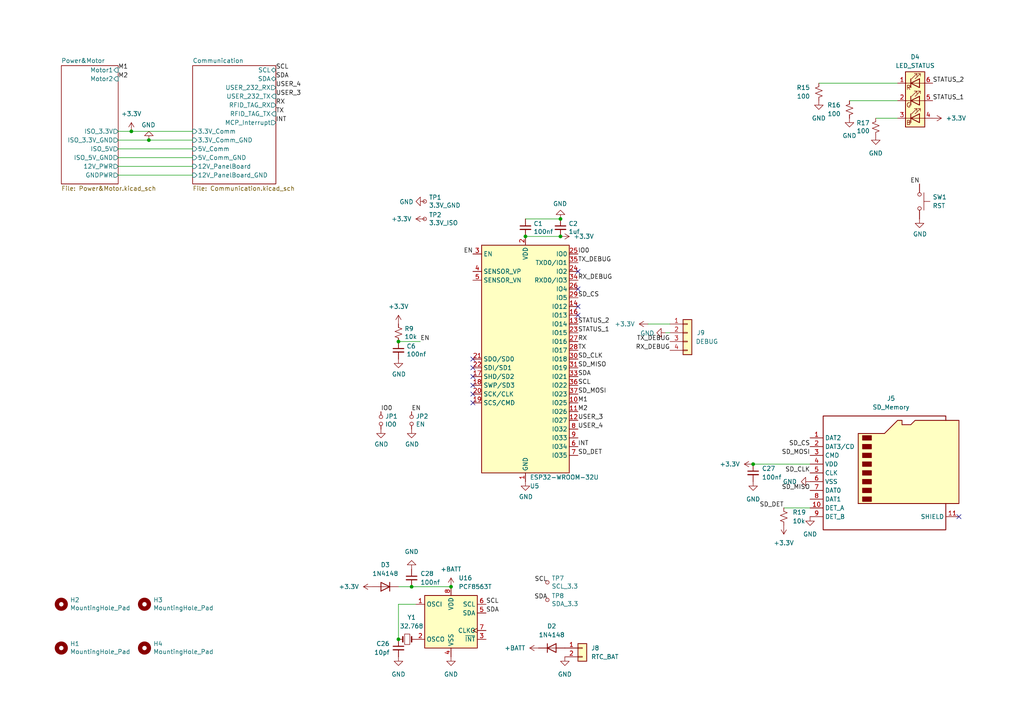
<source format=kicad_sch>
(kicad_sch (version 20230121) (generator eeschema)
  (paper "A4")
  (lib_symbols
    (symbol "Connector:Micro_SD_Card_Det2"
      (property "Reference" "J" (at -16.51 17.78 0))
      (property "Value" "Micro_SD_Card_Det2" (at 16.51 17.78 0))
      (symbol "Micro_SD_Card_Det2_0_1"
        (rectangle (start -7.62 -6.985) (end -5.08 -8.255) (stroke (width 0.254)) (fill (type outline)))
        (rectangle (start -7.62 -4.445) (end -5.08 -5.715) (stroke (width 0.254)) (fill (type outline)))
        (rectangle (start -7.62 -1.905) (end -5.08 -3.175) (stroke (width 0.254)) (fill (type outline)))
        (rectangle (start -7.62 0.635) (end -5.08 -0.635) (stroke (width 0.254)) (fill (type outline)))
        (rectangle (start -7.62 3.175) (end -5.08 1.905) (stroke (width 0.254)) (fill (type outline)))
        (rectangle (start -7.62 5.715) (end -5.08 4.445) (stroke (width 0.254)) (fill (type outline)))
        (rectangle (start -7.62 8.255) (end -5.08 6.985) (stroke (width 0.254)) (fill (type outline)))
        (rectangle (start -7.62 10.795) (end -5.08 9.525) (stroke (width 0.254)) (fill (type outline)))
        (polyline (pts (xy 16.51 15.24) (xy 16.51 16.51) (xy -19.05 16.51) (xy -19.05 -16.51) (xy 16.51 -16.51) (xy 16.51 -8.89)) (stroke (width 0.254)))
        (polyline (pts (xy -8.89 -8.89) (xy -8.89 11.43) (xy -1.27 11.43) (xy 2.54 15.24) (xy 3.81 15.24) (xy 3.81 13.97) (xy 6.35 13.97) (xy 7.62 15.24) (xy 20.32 15.24) (xy 20.32 -8.89) (xy -8.89 -8.89)) (stroke (width 0.254)) (fill (type background)))
      )
      (symbol "Micro_SD_Card_Det2_1_1"
        (pin bidirectional line (at -22.86 10.16 0) (length 3.81) (name "DAT2") (number "1"))
        (pin passive line (at -22.86 -10.16 0) (length 3.81) (name "DET_A") (number "10"))
        (pin passive line (at 20.32 -12.7 180) (length 3.81) (name "SHIELD") (number "11"))
        (pin bidirectional line (at -22.86 7.62 0) (length 3.81) (name "DAT3/CD") (number "2"))
        (pin input line (at -22.86 5.08 0) (length 3.81) (name "CMD") (number "3"))
        (pin power_in line (at -22.86 2.54 0) (length 3.81) (name "VDD") (number "4"))
        (pin input line (at -22.86 0 0) (length 3.81) (name "CLK") (number "5"))
        (pin power_in line (at -22.86 -2.54 0) (length 3.81) (name "VSS") (number "6"))
        (pin bidirectional line (at -22.86 -5.08 0) (length 3.81) (name "DAT0") (number "7"))
        (pin bidirectional line (at -22.86 -7.62 0) (length 3.81) (name "DAT1") (number "8"))
        (pin passive line (at -22.86 -12.7 0) (length 3.81) (name "DET_B") (number "9"))
      )
    )
    (symbol "Connector:TestPoint_Small" (pin_numbers hide) (pin_names (offset 0.762) hide)
      (property "Reference" "TP" (at 0 3.81 0))
      (property "Value" "TestPoint_Small" (at 0 2.032 0))
      (symbol "TestPoint_Small_0_1"
        (circle (center 0 0) (radius 0.508))
      )
      (symbol "TestPoint_Small_1_1"
        (pin passive line (at 0 0 90) (length 0) (name "1") (number "1"))
      )
    )
    (symbol "Connector_Generic:Conn_01x02" (pin_names (offset 1.016) hide)
      (property "Reference" "J" (at 0 2.54 0))
      (property "Value" "Conn_01x02" (at 0 -5.08 0))
      (symbol "Conn_01x02_1_1"
        (rectangle (start -1.27 -2.413) (end 0 -2.667) (stroke (width 0.1524)))
        (rectangle (start -1.27 0.127) (end 0 -0.127) (stroke (width 0.1524)))
        (rectangle (start -1.27 1.27) (end 1.27 -3.81) (stroke (width 0.254)) (fill (type background)))
        (pin passive line (at -5.08 0 0) (length 3.81) (name "Pin_1") (number "1"))
        (pin passive line (at -5.08 -2.54 0) (length 3.81) (name "Pin_2") (number "2"))
      )
    )
    (symbol "Connector_Generic:Conn_01x04" (pin_names (offset 1.016) hide)
      (property "Reference" "J" (at 0 5.08 0))
      (property "Value" "Conn_01x04" (at 0 -7.62 0))
      (symbol "Conn_01x04_1_1"
        (rectangle (start -1.27 -4.953) (end 0 -5.207) (stroke (width 0.1524)))
        (rectangle (start -1.27 -2.413) (end 0 -2.667) (stroke (width 0.1524)))
        (rectangle (start -1.27 0.127) (end 0 -0.127) (stroke (width 0.1524)))
        (rectangle (start -1.27 2.667) (end 0 2.413) (stroke (width 0.1524)))
        (rectangle (start -1.27 3.81) (end 1.27 -6.35) (stroke (width 0.254)) (fill (type background)))
        (pin passive line (at -5.08 2.54 0) (length 3.81) (name "Pin_1") (number "1"))
        (pin passive line (at -5.08 0 0) (length 3.81) (name "Pin_2") (number "2"))
        (pin passive line (at -5.08 -2.54 0) (length 3.81) (name "Pin_3") (number "3"))
        (pin passive line (at -5.08 -5.08 0) (length 3.81) (name "Pin_4") (number "4"))
      )
    )
    (symbol "Device:C_Small" (pin_numbers hide) (pin_names (offset 0.254) hide)
      (property "Reference" "C" (at 0.254 1.778 0))
      (property "Value" "C_Small" (at 0.254 -2.032 0))
      (symbol "C_Small_0_1"
        (polyline (pts (xy -1.524 -0.508) (xy 1.524 -0.508)) (stroke (width 0.3302)))
        (polyline (pts (xy -1.524 0.508) (xy 1.524 0.508)) (stroke (width 0.3048)))
      )
      (symbol "C_Small_1_1"
        (pin passive line (at 0 2.54 270) (length 2.032) (name "~") (number "1"))
        (pin passive line (at 0 -2.54 90) (length 2.032) (name "~") (number "2"))
      )
    )
    (symbol "Device:Crystal_Small" (pin_numbers hide) (pin_names (offset 1.016) hide)
      (property "Reference" "Y" (at 0 2.54 0))
      (property "Value" "Crystal_Small" (at 0 -2.54 0))
      (symbol "Crystal_Small_0_1"
        (rectangle (start -0.762 -1.524) (end 0.762 1.524))
        (polyline (pts (xy -1.27 -0.762) (xy -1.27 0.762)) (stroke (width 0.381)))
        (polyline (pts (xy 1.27 -0.762) (xy 1.27 0.762)) (stroke (width 0.381)))
      )
      (symbol "Crystal_Small_1_1"
        (pin passive line (at -2.54 0 0) (length 1.27) (name "1") (number "1"))
        (pin passive line (at 2.54 0 180) (length 1.27) (name "2") (number "2"))
      )
    )
    (symbol "Device:LED_RGB" (pin_names (offset 0) hide)
      (property "Reference" "D" (at 0 9.398 0))
      (property "Value" "LED_RGB" (at 0 -8.89 0))
      (symbol "LED_RGB_0_0"
        (text "B" (at -1.905 -6.35 0) (effects (font (size 1.27 1.27))))
        (text "G" (at -1.905 -1.27 0) (effects (font (size 1.27 1.27))))
        (text "R" (at -1.905 3.81 0) (effects (font (size 1.27 1.27))))
      )
      (symbol "LED_RGB_0_1"
        (polyline (pts (xy -1.27 -5.08) (xy -2.54 -5.08)))
        (polyline (pts (xy -1.27 -5.08) (xy 1.27 -5.08)))
        (polyline (pts (xy -1.27 -3.81) (xy -1.27 -6.35)) (stroke (width 0.254)))
        (polyline (pts (xy -1.27 0) (xy -2.54 0)))
        (polyline (pts (xy -1.27 1.27) (xy -1.27 -1.27)) (stroke (width 0.254)))
        (polyline (pts (xy -1.27 5.08) (xy -2.54 5.08)))
        (polyline (pts (xy -1.27 5.08) (xy 1.27 5.08)))
        (polyline (pts (xy -1.27 6.35) (xy -1.27 3.81)) (stroke (width 0.254)))
        (polyline (pts (xy 1.27 -5.08) (xy 2.54 -5.08)))
        (polyline (pts (xy 1.27 0) (xy -1.27 0)))
        (polyline (pts (xy 1.27 0) (xy 2.54 0)))
        (polyline (pts (xy 1.27 5.08) (xy 2.54 5.08)))
        (polyline (pts (xy -1.27 1.27) (xy -1.27 -1.27) (xy -1.27 -1.27)))
        (polyline (pts (xy -1.27 6.35) (xy -1.27 3.81) (xy -1.27 3.81)))
        (polyline (pts (xy 1.27 -3.81) (xy 1.27 -6.35) (xy -1.27 -5.08) (xy 1.27 -3.81)) (stroke (width 0.254)))
        (polyline (pts (xy 1.27 1.27) (xy 1.27 -1.27) (xy -1.27 0) (xy 1.27 1.27)) (stroke (width 0.254)))
        (polyline (pts (xy 1.27 6.35) (xy 1.27 3.81) (xy -1.27 5.08) (xy 1.27 6.35)) (stroke (width 0.254)))
        (polyline (pts (xy -1.016 -3.81) (xy 0.508 -2.286) (xy -0.254 -2.286) (xy 0.508 -2.286) (xy 0.508 -3.048)))
        (polyline (pts (xy -1.016 1.27) (xy 0.508 2.794) (xy -0.254 2.794) (xy 0.508 2.794) (xy 0.508 2.032)))
        (polyline (pts (xy -1.016 6.35) (xy 0.508 7.874) (xy -0.254 7.874) (xy 0.508 7.874) (xy 0.508 7.112)))
        (polyline (pts (xy 0 -3.81) (xy 1.524 -2.286) (xy 0.762 -2.286) (xy 1.524 -2.286) (xy 1.524 -3.048)))
        (polyline (pts (xy 0 1.27) (xy 1.524 2.794) (xy 0.762 2.794) (xy 1.524 2.794) (xy 1.524 2.032)))
        (polyline (pts (xy 0 6.35) (xy 1.524 7.874) (xy 0.762 7.874) (xy 1.524 7.874) (xy 1.524 7.112)))
        (rectangle (start 1.27 -1.27) (end 1.27 1.27))
        (rectangle (start 1.27 1.27) (end 1.27 1.27))
        (rectangle (start 1.27 3.81) (end 1.27 6.35))
        (rectangle (start 1.27 6.35) (end 1.27 6.35))
        (rectangle (start 2.794 8.382) (end -2.794 -7.62) (stroke (width 0.254)) (fill (type background)))
      )
      (symbol "LED_RGB_1_1"
        (pin passive line (at -5.08 5.08 0) (length 2.54) (name "RK") (number "1"))
        (pin passive line (at -5.08 0 0) (length 2.54) (name "GK") (number "2"))
        (pin passive line (at -5.08 -5.08 0) (length 2.54) (name "BK") (number "3"))
        (pin passive line (at 5.08 -5.08 180) (length 2.54) (name "BA") (number "4"))
        (pin passive line (at 5.08 0 180) (length 2.54) (name "GA") (number "5"))
        (pin passive line (at 5.08 5.08 180) (length 2.54) (name "RA") (number "6"))
      )
    )
    (symbol "Device:R_Small_US" (pin_numbers hide) (pin_names (offset 0.254) hide)
      (property "Reference" "R" (at 0.762 0.508 0))
      (property "Value" "R_Small_US" (at 0.762 -1.016 0))
      (symbol "R_Small_US_1_1"
        (polyline (pts (xy 0 0) (xy 1.016 -0.381) (xy 0 -0.762) (xy -1.016 -1.143) (xy 0 -1.524)))
        (polyline (pts (xy 0 1.524) (xy 1.016 1.143) (xy 0 0.762) (xy -1.016 0.381) (xy 0 0)))
        (pin passive line (at 0 2.54 270) (length 1.016) (name "~") (number "1"))
        (pin passive line (at 0 -2.54 90) (length 1.016) (name "~") (number "2"))
      )
    )
    (symbol "Diode:1N4148" (pin_numbers hide) (pin_names hide)
      (property "Reference" "D" (at 0 2.54 0))
      (property "Value" "1N4148" (at 0 -2.54 0))
      (symbol "1N4148_0_1"
        (polyline (pts (xy -1.27 1.27) (xy -1.27 -1.27)) (stroke (width 0.254)))
        (polyline (pts (xy 1.27 0) (xy -1.27 0)))
        (polyline (pts (xy 1.27 1.27) (xy 1.27 -1.27) (xy -1.27 0) (xy 1.27 1.27)) (stroke (width 0.254)))
      )
      (symbol "1N4148_1_1"
        (pin passive line (at -3.81 0 0) (length 2.54) (name "K") (number "1"))
        (pin passive line (at 3.81 0 180) (length 2.54) (name "A") (number "2"))
      )
    )
    (symbol "ESP_Weight-rescue:Jumper_NO_Small-Device" (pin_numbers hide) (pin_names (offset 0.762) hide)
      (property "Reference" "JP" (at 0 2.032 0))
      (property "Value" "Device_Jumper_NO_Small" (at 0.254 -1.524 0))
      (symbol "Jumper_NO_Small-Device_0_1"
        (circle (center -1.016 0) (radius 0.508))
        (circle (center 1.016 0) (radius 0.508))
        (pin passive line (at -2.54 0 0) (length 1.016) (name "1") (number "1"))
        (pin passive line (at 2.54 0 180) (length 1.016) (name "2") (number "2"))
      )
    )
    (symbol "Mechanical:MountingHole" (pin_names (offset 1.016))
      (property "Reference" "H" (at 0 5.08 0))
      (property "Value" "MountingHole" (at 0 3.175 0))
      (symbol "MountingHole_0_1"
        (circle (center 0 0) (radius 1.27) (stroke (width 1.27)))
      )
    )
    (symbol "RF_Module:ESP32-WROOM-32U"
      (property "Reference" "U" (at -12.7 34.29 0))
      (property "Value" "ESP32-WROOM-32U" (at 1.27 34.29 0))
      (symbol "ESP32-WROOM-32U_0_1"
        (rectangle (start -12.7 33.02) (end 12.7 -33.02) (stroke (width 0.254)) (fill (type background)))
      )
      (symbol "ESP32-WROOM-32U_1_1"
        (pin power_in line (at 0 -35.56 90) (length 2.54) (name "GND") (number "1"))
        (pin bidirectional line (at 15.24 -12.7 180) (length 2.54) (name "IO25") (number "10"))
        (pin bidirectional line (at 15.24 -15.24 180) (length 2.54) (name "IO26") (number "11"))
        (pin bidirectional line (at 15.24 -17.78 180) (length 2.54) (name "IO27") (number "12"))
        (pin bidirectional line (at 15.24 10.16 180) (length 2.54) (name "IO14") (number "13"))
        (pin bidirectional line (at 15.24 15.24 180) (length 2.54) (name "IO12") (number "14"))
        (pin passive line (at 0 -35.56 90) (length 2.54) hide (name "GND") (number "15"))
        (pin bidirectional line (at 15.24 12.7 180) (length 2.54) (name "IO13") (number "16"))
        (pin bidirectional line (at -15.24 -5.08 0) (length 2.54) (name "SHD/SD2") (number "17"))
        (pin bidirectional line (at -15.24 -7.62 0) (length 2.54) (name "SWP/SD3") (number "18"))
        (pin bidirectional line (at -15.24 -12.7 0) (length 2.54) (name "SCS/CMD") (number "19"))
        (pin power_in line (at 0 35.56 270) (length 2.54) (name "VDD") (number "2"))
        (pin bidirectional line (at -15.24 -10.16 0) (length 2.54) (name "SCK/CLK") (number "20"))
        (pin bidirectional line (at -15.24 0 0) (length 2.54) (name "SDO/SD0") (number "21"))
        (pin bidirectional line (at -15.24 -2.54 0) (length 2.54) (name "SDI/SD1") (number "22"))
        (pin bidirectional line (at 15.24 7.62 180) (length 2.54) (name "IO15") (number "23"))
        (pin bidirectional line (at 15.24 25.4 180) (length 2.54) (name "IO2") (number "24"))
        (pin bidirectional line (at 15.24 30.48 180) (length 2.54) (name "IO0") (number "25"))
        (pin bidirectional line (at 15.24 20.32 180) (length 2.54) (name "IO4") (number "26"))
        (pin bidirectional line (at 15.24 5.08 180) (length 2.54) (name "IO16") (number "27"))
        (pin bidirectional line (at 15.24 2.54 180) (length 2.54) (name "IO17") (number "28"))
        (pin bidirectional line (at 15.24 17.78 180) (length 2.54) (name "IO5") (number "29"))
        (pin input line (at -15.24 30.48 0) (length 2.54) (name "EN") (number "3"))
        (pin bidirectional line (at 15.24 0 180) (length 2.54) (name "IO18") (number "30"))
        (pin bidirectional line (at 15.24 -2.54 180) (length 2.54) (name "IO19") (number "31"))
        (pin no_connect line (at -12.7 -27.94 0) (length 2.54) hide (name "NC") (number "32"))
        (pin bidirectional line (at 15.24 -5.08 180) (length 2.54) (name "IO21") (number "33"))
        (pin bidirectional line (at 15.24 22.86 180) (length 2.54) (name "RXD0/IO3") (number "34"))
        (pin bidirectional line (at 15.24 27.94 180) (length 2.54) (name "TXD0/IO1") (number "35"))
        (pin bidirectional line (at 15.24 -7.62 180) (length 2.54) (name "IO22") (number "36"))
        (pin bidirectional line (at 15.24 -10.16 180) (length 2.54) (name "IO23") (number "37"))
        (pin passive line (at 0 -35.56 90) (length 2.54) hide (name "GND") (number "38"))
        (pin passive line (at 0 -35.56 90) (length 2.54) hide (name "GND") (number "39"))
        (pin input line (at -15.24 25.4 0) (length 2.54) (name "SENSOR_VP") (number "4"))
        (pin input line (at -15.24 22.86 0) (length 2.54) (name "SENSOR_VN") (number "5"))
        (pin input line (at 15.24 -25.4 180) (length 2.54) (name "IO34") (number "6"))
        (pin input line (at 15.24 -27.94 180) (length 2.54) (name "IO35") (number "7"))
        (pin bidirectional line (at 15.24 -20.32 180) (length 2.54) (name "IO32") (number "8"))
        (pin bidirectional line (at 15.24 -22.86 180) (length 2.54) (name "IO33") (number "9"))
      )
    )
    (symbol "Switch:SW_Push" (pin_numbers hide) (pin_names (offset 1.016) hide)
      (property "Reference" "SW" (at 1.27 2.54 0))
      (property "Value" "SW_Push" (at 0 -1.524 0))
      (symbol "SW_Push_0_1"
        (circle (center -2.032 0) (radius 0.508))
        (polyline (pts (xy 0 1.27) (xy 0 3.048)))
        (polyline (pts (xy 2.54 1.27) (xy -2.54 1.27)))
        (circle (center 2.032 0) (radius 0.508))
        (pin passive line (at -5.08 0 0) (length 2.54) (name "1") (number "1"))
        (pin passive line (at 5.08 0 180) (length 2.54) (name "2") (number "2"))
      )
    )
    (symbol "Timer_RTC:PCF8563T"
      (property "Reference" "U" (at -7.62 8.89 0))
      (property "Value" "PCF8563T" (at 2.54 8.89 0))
      (symbol "PCF8563T_0_1"
        (rectangle (start -7.62 7.62) (end 7.62 -7.62) (stroke (width 0.254)) (fill (type background)))
      )
      (symbol "PCF8563T_1_1"
        (pin input line (at -10.16 5.08 0) (length 2.54) (name "OSCI") (number "1"))
        (pin output line (at -10.16 -5.08 0) (length 2.54) (name "OSCO") (number "2"))
        (pin output line (at 10.16 -5.08 180) (length 2.54) (name "~{INT}") (number "3"))
        (pin power_in line (at 0 -10.16 90) (length 2.54) (name "VSS") (number "4"))
        (pin bidirectional line (at 10.16 2.54 180) (length 2.54) (name "SDA") (number "5"))
        (pin input line (at 10.16 5.08 180) (length 2.54) (name "SCL") (number "6"))
        (pin output clock (at 10.16 -2.54 180) (length 2.54) (name "CLKO") (number "7"))
        (pin power_in line (at 0 10.16 270) (length 2.54) (name "VDD") (number "8"))
      )
    )
    (symbol "power:+3.3V" (power) (pin_names (offset 0))
      (property "Value" "+3.3V" (at 0 3.556 0))
      (symbol "+3.3V_0_1"
        (polyline (pts (xy -0.762 1.27) (xy 0 2.54)))
        (polyline (pts (xy 0 0) (xy 0 2.54)))
        (polyline (pts (xy 0 2.54) (xy 0.762 1.27)))
      )
      (symbol "+3.3V_1_1"
        (pin power_in line (at 0 0 90) (length 0) hide (name "+3.3V") (number "1"))
      )
    )
    (symbol "power:+BATT" (power) (pin_names (offset 0))
      (property "Value" "+BATT" (at 0 3.556 0))
      (symbol "+BATT_0_1"
        (polyline (pts (xy -0.762 1.27) (xy 0 2.54)))
        (polyline (pts (xy 0 0) (xy 0 2.54)))
        (polyline (pts (xy 0 2.54) (xy 0.762 1.27)))
      )
      (symbol "+BATT_1_1"
        (pin power_in line (at 0 0 90) (length 0) hide (name "+BATT") (number "1"))
      )
    )
    (symbol "power:GND" (power) (pin_names (offset 0))
      (property "Value" "GND" (at 0 -3.81 0))
      (symbol "GND_0_1"
        (polyline (pts (xy 0 0) (xy 0 -1.27) (xy 1.27 -1.27) (xy 0 -2.54) (xy -1.27 -1.27) (xy 0 -1.27)))
      )
      (symbol "GND_1_1"
        (pin power_in line (at 0 0 270) (length 0) hide (name "GND") (number "1"))
      )
    )
  )
  (junction (at 115.57 185.42))
  (junction (at 218.44 134.62))
  (junction (at 43.18 40.64))
  (junction (at 38.1 38.1))
  (junction (at 162.56 63.5))
  (junction (at 119.38 170.18))
  (junction (at 152.4 68.58))
  (junction (at 162.56 68.58))
  (junction (at 115.57 99.06))
  (junction (at 130.81 170.18))
  (no_connect (at 137.16 116.84))
  (no_connect (at 137.16 111.76))
  (no_connect (at 167.64 78.74))
  (no_connect (at 167.64 88.9))
  (no_connect (at 278.13 149.86))
  (no_connect (at 167.64 83.82))
  (no_connect (at 167.64 91.44))
  (no_connect (at 137.16 114.3))
  (no_connect (at 137.16 106.68))
  (no_connect (at 137.16 104.14))
  (no_connect (at 137.16 109.22))
  (wire (pts (xy 55.88 43.18) (xy 34.29 43.18)))
  (wire (pts (xy 34.29 38.1) (xy 38.1 38.1)))
  (wire (pts (xy 34.29 40.64) (xy 43.18 40.64)))
  (wire (pts (xy 254 34.29) (xy 260.35 34.29)))
  (wire (pts (xy 55.88 48.26) (xy 34.29 48.26)))
  (wire (pts (xy 115.57 170.18) (xy 119.38 170.18)))
  (wire (pts (xy 115.57 175.26) (xy 120.65 175.26)))
  (wire (pts (xy 115.57 185.42) (xy 115.57 175.26)))
  (wire (pts (xy 121.92 99.06) (xy 115.57 99.06)))
  (wire (pts (xy 38.1 38.1) (xy 55.88 38.1)))
  (wire (pts (xy 162.56 68.58) (xy 152.4 68.58)))
  (wire (pts (xy 218.44 134.62) (xy 234.95 134.62)))
  (wire (pts (xy 34.29 45.72) (xy 55.88 45.72)))
  (wire (pts (xy 187.96 93.98) (xy 194.31 93.98)))
  (wire (pts (xy 194.31 96.52) (xy 193.04 96.52)))
  (wire (pts (xy 43.18 40.64) (xy 55.88 40.64)))
  (wire (pts (xy 152.4 63.5) (xy 162.56 63.5)))
  (wire (pts (xy 246.38 29.21) (xy 260.35 29.21)))
  (wire (pts (xy 119.38 170.18) (xy 130.81 170.18)))
  (wire (pts (xy 227.33 147.32) (xy 234.95 147.32)))
  (wire (pts (xy 237.49 24.13) (xy 260.35 24.13)))
  (wire (pts (xy 34.29 50.8) (xy 55.88 50.8)))
  (label "EN" (at 137.16 73.66 180))
  (label "SDA" (at 80.01 22.86 0))
  (label "USER_3" (at 167.64 121.92 0))
  (label "RX_DEBUG" (at 194.31 101.6 180))
  (label "SDA" (at 167.64 109.22 0))
  (label "EN" (at 266.7 53.34 180))
  (label "INT" (at 167.64 129.54 0))
  (label "SD_DET" (at 167.64 132.08 0))
  (label "STATUS_2" (at 167.64 93.98 0))
  (label "RX" (at 80.01 30.48 0))
  (label "TX" (at 167.64 101.6 0))
  (label "SDA" (at 140.97 177.8 0))
  (label "SD_CLK" (at 234.95 137.16 180))
  (label "SCL" (at 140.97 175.26 0))
  (label "M1" (at 34.29 20.32 0))
  (label "SD_MISO" (at 167.64 106.68 0))
  (label "SCL" (at 80.01 20.32 0))
  (label "M2" (at 167.64 119.38 0))
  (label "TX" (at 80.01 33.02 0))
  (label "TX_DEBUG" (at 194.31 99.06 180))
  (label "SD_CS" (at 234.95 129.54 180))
  (label "SD_MISO" (at 234.95 142.24 180))
  (label "TX_DEBUG" (at 167.64 76.2 0))
  (label "RX" (at 167.64 99.06 0))
  (label "EN" (at 121.92 99.06 0))
  (label "INT" (at 80.01 35.56 0))
  (label "IO0" (at 110.49 119.38 0))
  (label "STATUS_1" (at 167.64 96.52 0))
  (label "SD_CLK" (at 167.64 104.14 0))
  (label "STATUS_1" (at 270.51 29.21 0))
  (label "SCL" (at 158.75 168.91 180))
  (label "RX_DEBUG" (at 167.64 81.28 0))
  (label "SD_CS" (at 167.64 86.36 0))
  (label "IO0" (at 167.64 73.66 0))
  (label "SDA" (at 158.75 173.99 180))
  (label "SCL" (at 167.64 111.76 0))
  (label "STATUS_2" (at 270.51 24.13 0))
  (label "SD_MOSI" (at 234.95 132.08 180))
  (label "SD_DET" (at 227.33 147.32 180))
  (label "USER_3" (at 80.01 27.94 0))
  (label "USER_4" (at 167.64 124.46 0))
  (label "SD_MOSI" (at 167.64 114.3 0))
  (label "USER_4" (at 80.01 25.4 0))
  (label "EN" (at 119.38 119.38 0))
  (label "M2" (at 34.29 22.86 0))
  (label "M1" (at 167.64 116.84 0))
  (symbol (lib_id "RF_Module:ESP32-WROOM-32U") (at 152.4 104.14 0) (unit 1)
    (property "Reference" "U5" (at 153.67 140.97 0) (effects (justify left)))
    (property "Value" "ESP32-WROOM-32U" (at 153.67 138.43 0) (effects (justify left)))
    (property "Footprint" "KIcad:MODULE_ESP32-WROOM-32UE_M113EH6400UH3Q0_" (effects hide))
    (property "Datasheet" "https://www.espressif.com/sites/default/files/documentation/esp32-wroom-32d_esp32-wroom-32u_datasheet_en.pdf" (effects hide))
    (property "LCSC" "C3013937" (effects hide))
  )
  (symbol (lib_id "Device:R_Small_US") (at 115.57 96.52 0) (unit 1)
    (property "Reference" "R9" (at 117.2972 95.3516 0) (effects (justify left)))
    (property "Value" "10k" (at 117.2972 97.663 0) (effects (justify left)))
    (property "Footprint" "Resistor_SMD:R_0603_1608Metric" (effects hide))
  )
  (symbol (lib_id "Device:C_Small") (at 115.57 101.6 0) (unit 1)
    (property "Reference" "C6" (at 117.9068 100.4316 0) (effects (justify left)))
    (property "Value" "100nf" (at 117.9068 102.743 0) (effects (justify left)))
    (property "Footprint" "Capacitor_SMD:C_0603_1608Metric" (effects hide))
  )
  (symbol (lib_id "Connector_Generic:Conn_01x04") (at 199.39 96.52 0) (unit 1)
    (property "Reference" "J9" (at 204.47 96.52 0) (effects (justify right)))
    (property "Value" "DEBUG" (at 208.28 99.06 0) (effects (justify right)))
    (property "Footprint" "Connector_Molex:Molex_PicoBlade_53398-0471_1x04-1MP_P1.25mm_Vertical" (effects hide))
  )
  (symbol (lib_id "power:GND") (at 152.4 139.7 0) (unit 1)
    (property "Reference" "#PWR0132" (effects hide))
    (property "Value" "GND" (at 152.527 144.0942 0))
  )
  (symbol (lib_id "power:GND") (at 115.57 104.14 0) (unit 1)
    (property "Reference" "#PWR0135" (effects hide))
    (property "Value" "GND" (at 115.697 108.5342 0))
  )
  (symbol (lib_id "Mechanical:MountingHole") (at 17.78 175.26 0) (unit 1)
    (property "Reference" "H2" (at 20.32 174.0154 0) (effects (justify left)))
    (property "Value" "MountingHole_Pad" (at 20.32 176.3268 0) (effects (justify left)))
    (property "Footprint" "MountingHole:MountingHole_3.2mm_M3_Pad" (effects hide))
  )
  (symbol (lib_id "Mechanical:MountingHole") (at 41.91 175.26 0) (unit 1)
    (property "Reference" "H3" (at 44.45 174.0154 0) (effects (justify left)))
    (property "Value" "MountingHole_Pad" (at 44.45 176.3268 0) (effects (justify left)))
    (property "Footprint" "MountingHole:MountingHole_3.2mm_M3_Pad" (effects hide))
  )
  (symbol (lib_id "Mechanical:MountingHole") (at 41.91 187.96 0) (unit 1)
    (property "Reference" "H4" (at 44.45 186.7154 0) (effects (justify left)))
    (property "Value" "MountingHole_Pad" (at 44.45 189.0268 0) (effects (justify left)))
    (property "Footprint" "MountingHole:MountingHole_3.2mm_M3_Pad" (effects hide))
  )
  (symbol (lib_id "Mechanical:MountingHole") (at 17.78 187.96 0) (unit 1)
    (property "Reference" "H1" (at 20.32 186.7154 0) (effects (justify left)))
    (property "Value" "MountingHole_Pad" (at 20.32 189.0268 0) (effects (justify left)))
    (property "Footprint" "MountingHole:MountingHole_3.2mm_M3_Pad" (effects hide))
  )
  (symbol (lib_id "power:GND") (at 162.56 63.5 180) (unit 1)
    (property "Reference" "#PWR0107" (effects hide))
    (property "Value" "GND" (at 162.433 59.1058 0))
  )
  (symbol (lib_id "Device:C_Small") (at 152.4 66.04 0) (unit 1)
    (property "Reference" "C1" (at 154.7368 64.8716 0) (effects (justify left)))
    (property "Value" "100nf" (at 154.7368 67.183 0) (effects (justify left)))
    (property "Footprint" "Capacitor_SMD:C_0603_1608Metric" (effects hide))
  )
  (symbol (lib_id "Device:C_Small") (at 162.56 66.04 0) (unit 1)
    (property "Reference" "C2" (at 164.8968 64.8716 0) (effects (justify left)))
    (property "Value" "1uf" (at 164.8968 67.183 0) (effects (justify left)))
    (property "Footprint" "Capacitor_SMD:C_0603_1608Metric" (effects hide))
  )
  (symbol (lib_id "Connector:TestPoint_Small") (at 123.19 58.42 0) (unit 1)
    (property "Reference" "TP1" (at 124.4092 57.2516 0) (effects (justify left)))
    (property "Value" "3.3V_GND" (at 124.4092 59.563 0) (effects (justify left)))
    (property "Footprint" "TestPoint:TestPoint_THTPad_1.0x1.0mm_Drill0.5mm" (effects hide))
  )
  (symbol (lib_id "power:GND") (at 123.19 58.42 270) (unit 1)
    (property "Reference" "#PWR0119" (effects hide))
    (property "Value" "GND" (at 119.9388 58.547 90) (effects (justify right)))
  )
  (symbol (lib_id "Connector:TestPoint_Small") (at 123.19 63.5 0) (unit 1)
    (property "Reference" "TP2" (at 124.4092 62.3316 0) (effects (justify left)))
    (property "Value" "3.3V_ISO" (at 124.4092 64.643 0) (effects (justify left)))
    (property "Footprint" "TestPoint:TestPoint_THTPad_1.0x1.0mm_Drill0.5mm" (effects hide))
  )
  (symbol (lib_id "ESP_Weight-rescue:Jumper_NO_Small-Device") (at 110.49 121.92 270) (unit 1)
    (property "Reference" "JP1" (at 111.7092 120.7516 90) (effects (justify left)))
    (property "Value" "IO0" (at 111.7092 123.063 90) (effects (justify left)))
    (property "Footprint" "KIcad:SolderJumper-2_P1.3_THT" (effects hide))
  )
  (symbol (lib_id "ESP_Weight-rescue:Jumper_NO_Small-Device") (at 119.38 121.92 270) (unit 1)
    (property "Reference" "JP2" (at 120.5992 120.7516 90) (effects (justify left)))
    (property "Value" "EN" (at 120.5992 123.063 90) (effects (justify left)))
    (property "Footprint" "KIcad:SolderJumper-2_P1.3_THT" (effects hide))
  )
  (symbol (lib_id "power:GND") (at 110.49 124.46 0) (unit 1)
    (property "Reference" "#PWR0124" (effects hide))
    (property "Value" "GND" (at 110.617 128.8542 0))
  )
  (symbol (lib_id "power:GND") (at 119.38 124.46 0) (unit 1)
    (property "Reference" "#PWR0128" (effects hide))
    (property "Value" "GND" (at 119.507 128.8542 0))
  )
  (symbol (lib_id "Device:R_Small_US") (at 254 36.83 0) (mirror y) (unit 1)
    (property "Reference" "R17" (at 252.2728 35.6616 0) (effects (justify left)))
    (property "Value" "100" (at 252.2728 37.973 0) (effects (justify left)))
    (property "Footprint" "Resistor_SMD:R_0603_1608Metric" (effects hide))
  )
  (symbol (lib_id "power:GND") (at 43.18 40.64 180) (unit 1)
    (property "Reference" "#PWR0110" (effects hide))
    (property "Value" "GND" (at 43.053 36.2458 0))
  )
  (symbol (lib_id "power:GND") (at 193.04 96.52 270) (unit 1)
    (property "Reference" "#PWR0113" (effects hide))
    (property "Value" "GND" (at 189.7888 96.647 90) (effects (justify right)))
  )
  (symbol (lib_id "power:GND") (at 237.49 29.21 0) (unit 1)
    (property "Reference" "#PWR01" (effects hide))
    (property "Value" "GND" (at 237.49 34.29 0))
  )
  (symbol (lib_id "Device:R_Small_US") (at 237.49 26.67 0) (mirror y) (unit 1)
    (property "Reference" "R15" (at 234.95 25.4 0) (effects (justify left)))
    (property "Value" "100" (at 234.95 27.94 0) (effects (justify left)))
    (property "Footprint" "Resistor_SMD:R_0603_1608Metric" (effects hide))
  )
  (symbol (lib_id "power:GND") (at 234.95 139.7 270) (unit 1)
    (property "Reference" "#PWR018" (effects hide))
    (property "Value" "GND" (at 231.14 139.7 90) (effects (justify right)))
  )
  (symbol (lib_id "power:+BATT") (at 156.21 187.96 90) (unit 1)
    (property "Reference" "#PWR010" (effects hide))
    (property "Value" "+BATT" (at 152.4 187.96 90) (effects (justify left)))
  )
  (symbol (lib_id "Device:C_Small") (at 218.44 137.16 0) (unit 1)
    (property "Reference" "C27" (at 220.98 135.8963 0) (effects (justify left)))
    (property "Value" "100nf" (at 220.98 138.4363 0) (effects (justify left)))
    (property "Footprint" "Capacitor_SMD:C_0603_1608Metric" (effects hide))
  )
  (symbol (lib_id "Device:LED_RGB") (at 265.43 29.21 0) (unit 1)
    (property "Reference" "D4" (at 265.43 16.51 0))
    (property "Value" "LED_STATUS" (at 265.43 19.05 0))
    (property "Footprint" "KIcad:SFD-0100-222" (effects hide))
  )
  (symbol (lib_id "power:GND") (at 234.95 149.86 0) (unit 1)
    (property "Reference" "#PWR019" (effects hide))
    (property "Value" "GND" (at 234.95 154.94 0))
  )
  (symbol (lib_id "power:+3.3V") (at 227.33 152.4 180) (unit 1)
    (property "Reference" "#PWR020" (effects hide))
    (property "Value" "+3.3V" (at 227.33 157.48 0))
  )
  (symbol (lib_id "power:+3.3V") (at 115.57 93.98 0) (unit 1)
    (property "Reference" "#PWR024" (effects hide))
    (property "Value" "+3.3V" (at 115.57 88.9 0))
  )
  (symbol (lib_id "Connector:Micro_SD_Card_Det2") (at 257.81 137.16 0) (unit 1)
    (property "Reference" "J5" (at 258.445 115.57 0))
    (property "Value" "SD_Memory" (at 258.445 118.11 0))
    (property "Footprint" "Connector_Card:microSD_HC_Molex_104031-0811" (effects hide))
    (property "Datasheet" "https://www.hirose.com/en/product/document?clcode=&productname=&series=DM3&documenttype=Catalog&lang=en&documentid=D49662_en" (effects hide))
    (property "LCSC" "C585350" (effects hide))
  )
  (symbol (lib_id "power:+3.3V") (at 218.44 134.62 90) (unit 1)
    (property "Reference" "#PWR016" (effects hide))
    (property "Value" "+3.3V" (at 214.63 134.62 90) (effects (justify left)))
  )
  (symbol (lib_id "power:+3.3V") (at 38.1 38.1 0) (unit 1)
    (property "Reference" "#PWR026" (effects hide))
    (property "Value" "+3.3V" (at 38.1 33.02 0))
  )
  (symbol (lib_id "Connector_Generic:Conn_01x02") (at 168.91 187.96 0) (unit 1)
    (property "Reference" "J8" (at 171.45 187.96 0) (effects (justify left)))
    (property "Value" "RTC_BAT" (at 171.45 190.5 0) (effects (justify left)))
    (property "Footprint" "KIcad:BS-06-B4AA012" (effects hide))
    (property "LCSC" "C964758" (effects hide))
  )
  (symbol (lib_id "Device:C_Small") (at 115.57 187.96 0) (mirror y) (unit 1)
    (property "Reference" "C26" (at 113.03 186.6963 0) (effects (justify left)))
    (property "Value" "10pf" (at 113.03 189.2363 0) (effects (justify left)))
    (property "Footprint" "Capacitor_SMD:C_0603_1608Metric" (effects hide))
  )
  (symbol (lib_id "Device:R_Small_US") (at 246.38 31.75 0) (mirror y) (unit 1)
    (property "Reference" "R16" (at 243.84 30.48 0) (effects (justify left)))
    (property "Value" "100" (at 243.84 33.02 0) (effects (justify left)))
    (property "Footprint" "Resistor_SMD:R_0603_1608Metric" (effects hide))
  )
  (symbol (lib_id "Device:Crystal_Small") (at 118.11 185.42 0) (unit 1)
    (property "Reference" "Y1" (at 119.38 179.07 0))
    (property "Value" "32.768" (at 119.38 181.61 0))
    (property "Footprint" "Crystal:Crystal_SMD_3215-2Pin_3.2x1.5mm" (effects hide))
    (property "LCSC" "C5213671" (effects hide))
  )
  (symbol (lib_id "Switch:SW_Push") (at 266.7 58.42 270) (unit 1)
    (property "Reference" "SW1" (at 270.51 57.15 90) (effects (justify left)))
    (property "Value" "RST" (at 270.51 59.69 90) (effects (justify left)))
    (property "Footprint" "Button_Switch_THT:SW_SPST_Omron_B3F-315x_Angled" (effects hide))
    (property "LCSC" "C499339" (effects hide))
  )
  (symbol (lib_id "Connector:TestPoint_Small") (at 158.75 168.91 0) (unit 1)
    (property "Reference" "TP7" (at 159.9692 167.7416 0) (effects (justify left)))
    (property "Value" "SCL_3.3" (at 159.9692 170.053 0) (effects (justify left)))
    (property "Footprint" "TestPoint:TestPoint_THTPad_1.0x1.0mm_Drill0.5mm" (effects hide))
  )
  (symbol (lib_id "power:+3.3V") (at 123.19 63.5 90) (unit 1)
    (property "Reference" "#PWR023" (effects hide))
    (property "Value" "+3.3V" (at 119.38 63.5 90) (effects (justify left)))
  )
  (symbol (lib_id "power:GND") (at 119.38 165.1 180) (unit 1)
    (property "Reference" "#PWR021" (effects hide))
    (property "Value" "GND" (at 119.38 160.02 0))
  )
  (symbol (lib_id "power:GND") (at 266.7 63.5 0) (unit 1)
    (property "Reference" "#PWR05" (effects hide))
    (property "Value" "GND" (at 266.827 67.8942 0))
  )
  (symbol (lib_id "power:GND") (at 254 39.37 0) (unit 1)
    (property "Reference" "#PWR03" (effects hide))
    (property "Value" "GND" (at 254 44.45 0))
  )
  (symbol (lib_id "power:+3.3V") (at 270.51 34.29 270) (unit 1)
    (property "Reference" "#PWR027" (effects hide))
    (property "Value" "+3.3V" (at 274.32 34.29 90) (effects (justify left)))
  )
  (symbol (lib_id "Connector:TestPoint_Small") (at 158.75 173.99 0) (unit 1)
    (property "Reference" "TP8" (at 159.9692 172.8216 0) (effects (justify left)))
    (property "Value" "SDA_3.3" (at 159.9692 175.133 0) (effects (justify left)))
    (property "Footprint" "TestPoint:TestPoint_THTPad_1.0x1.0mm_Drill0.5mm" (effects hide))
  )
  (symbol (lib_id "Diode:1N4148") (at 160.02 187.96 0) (unit 1)
    (property "Reference" "D2" (at 160.02 181.61 0))
    (property "Value" "1N4148" (at 160.02 184.15 0))
    (property "Footprint" "Diode_SMD:D_SOD-323" (effects hide))
    (property "Datasheet" "https://assets.nexperia.com/documents/data-sheet/1N4148_1N4448.pdf" (effects hide))
    (property "Sim.Device" "D" (effects hide))
    (property "Sim.Pins" "1=K 2=A" (effects hide))
  )
  (symbol (lib_id "Device:R_Small_US") (at 227.33 149.86 0) (unit 1)
    (property "Reference" "R19" (at 229.87 148.59 0) (effects (justify left)))
    (property "Value" "10k" (at 229.87 151.13 0) (effects (justify left)))
    (property "Footprint" "Resistor_SMD:R_0603_1608Metric" (effects hide))
  )
  (symbol (lib_id "power:GND") (at 218.44 139.7 0) (unit 1)
    (property "Reference" "#PWR017" (effects hide))
    (property "Value" "GND" (at 218.44 144.78 0))
  )
  (symbol (lib_id "power:GND") (at 246.38 34.29 0) (unit 1)
    (property "Reference" "#PWR02" (effects hide))
    (property "Value" "GND" (at 246.38 39.37 0))
  )
  (symbol (lib_id "power:+3.3V") (at 162.56 68.58 270) (unit 1)
    (property "Reference" "#PWR04" (effects hide))
    (property "Value" "+3.3V" (at 166.37 68.58 90) (effects (justify left)))
  )
  (symbol (lib_id "power:GND") (at 130.81 190.5 0) (unit 1)
    (property "Reference" "#PWR012" (effects hide))
    (property "Value" "GND" (at 130.81 195.58 0))
  )
  (symbol (lib_id "Diode:1N4148") (at 111.76 170.18 180) (unit 1)
    (property "Reference" "D3" (at 111.76 163.83 0))
    (property "Value" "1N4148" (at 111.76 166.37 0))
    (property "Footprint" "Diode_SMD:D_SOD-323" (effects hide))
    (property "Datasheet" "https://assets.nexperia.com/documents/data-sheet/1N4148_1N4448.pdf" (effects hide))
    (property "Sim.Device" "D" (effects hide))
    (property "Sim.Pins" "1=K 2=A" (effects hide))
  )
  (symbol (lib_id "power:GND") (at 163.83 190.5 0) (unit 1)
    (property "Reference" "#PWR011" (effects hide))
    (property "Value" "GND" (at 163.83 195.58 0))
  )
  (symbol (lib_id "power:+BATT") (at 130.81 170.18 0) (unit 1)
    (property "Reference" "#PWR014" (effects hide))
    (property "Value" "+BATT" (at 130.81 165.1 0))
  )
  (symbol (lib_id "power:+3.3V") (at 107.95 170.18 90) (unit 1)
    (property "Reference" "#PWR015" (effects hide))
    (property "Value" "+3.3V" (at 104.14 170.18 90) (effects (justify left)))
  )
  (symbol (lib_id "power:GND") (at 115.57 190.5 0) (unit 1)
    (property "Reference" "#PWR013" (effects hide))
    (property "Value" "GND" (at 115.57 195.58 0))
  )
  (symbol (lib_id "power:+3.3V") (at 187.96 93.98 90) (unit 1)
    (property "Reference" "#PWR025" (effects hide))
    (property "Value" "+3.3V" (at 184.15 93.98 90) (effects (justify left)))
  )
  (symbol (lib_id "Device:C_Small") (at 119.38 167.64 0) (unit 1)
    (property "Reference" "C28" (at 121.92 166.3763 0) (effects (justify left)))
    (property "Value" "100nf" (at 121.92 168.9163 0) (effects (justify left)))
    (property "Footprint" "Capacitor_SMD:C_0603_1608Metric" (effects hide))
  )
  (symbol (lib_id "Timer_RTC:PCF8563T") (at 130.81 180.34 0) (unit 1)
    (property "Reference" "U16" (at 133.0041 167.64 0) (effects (justify left)))
    (property "Value" "PCF8563T" (at 133.0041 170.18 0) (effects (justify left)))
    (property "Footprint" "Package_SO:SOIC-8_3.9x4.9mm_P1.27mm" (effects hide))
    (property "Datasheet" "https://www.nxp.com/docs/en/data-sheet/PCF8563.pdf" (effects hide))
  )
  (sheet (at 17.78 19.05) (size 16.51 34.29)
    (property "Sheetname" "Power&Motor" (at 17.78 18.3384 0) (effects (justify left bottom)))
    (property "Sheetfile" "Power&Motor.kicad_sch" (at 17.78 53.9246 0) (effects (justify left top)))
    (pin "Motor2" input (at 34.29 22.86 0))
    (pin "Motor1" input (at 34.29 20.32 0))
    (pin "GNDPWR" output (at 34.29 50.8 0))
    (pin "ISO_5V_GND" output (at 34.29 45.72 0))
    (pin "ISO_5V" output (at 34.29 43.18 0))
    (pin "ISO_3.3V_GND" output (at 34.29 40.64 0))
    (pin "ISO_3.3V" output (at 34.29 38.1 0))
    (pin "12V_PWR" output (at 34.29 48.26 0))
  )
  (sheet (at 55.88 19.05) (size 24.13 34.29)
    (property "Sheetname" "Communication" (at 55.88 18.3384 0) (effects (justify left bottom)))
    (property "Sheetfile" "Communication.kicad_sch" (at 55.88 53.9246 0) (effects (justify left top)))
    (pin "MCP_Interrupt" output (at 80.01 35.56 0))
    (pin "USER_232_RX" output (at 80.01 25.4 0))
    (pin "USER_232_TX" input (at 80.01 27.94 0))
    (pin "3.3V_Comm_GND" input (at 55.88 40.64 180))
    (pin "3.3V_Comm" input (at 55.88 38.1 180))
    (pin "5V_Comm" input (at 55.88 43.18 180))
    (pin "5V_Comm_GND" input (at 55.88 45.72 180))
    (pin "SDA" tri_state (at 80.01 22.86 0))
    (pin "SCL" tri_state (at 80.01 20.32 0))
    (pin "12V_PanelBoard" input (at 55.88 48.26 180))
    (pin "12V_PanelBoard_GND" input (at 55.88 50.8 180))
    (pin "RFID_TAG_RX" output (at 80.01 30.48 0))
    (pin "RFID_TAG_TX" input (at 80.01 33.02 0))
  )
)
</source>
